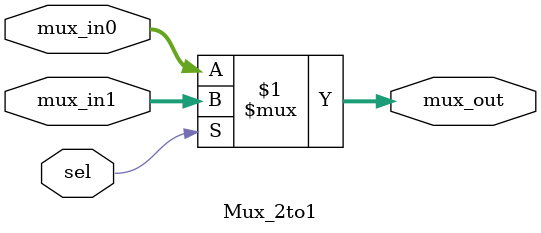
<source format=v>
module Mux_2to1 (
    input [31:0] mux_in0,
    input [31:0] mux_in1,
    input sel,

    output [31:0] mux_out);

    assign mux_out = sel ? mux_in1 : mux_in0;
   
endmodule

</source>
